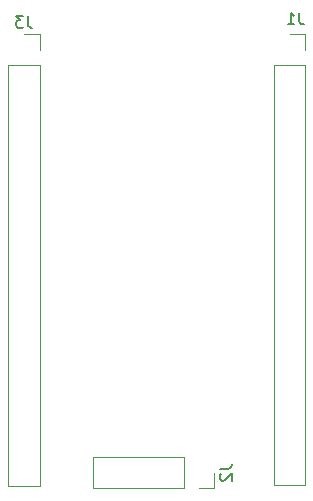
<source format=gbr>
%TF.GenerationSoftware,KiCad,Pcbnew,(6.0.2)*%
%TF.CreationDate,2022-05-10T09:18:46+02:00*%
%TF.ProjectId,STM8_Breakout-board,53544d38-5f42-4726-9561-6b6f75742d62,rev?*%
%TF.SameCoordinates,PX7e5ca20PY62fdcc0*%
%TF.FileFunction,Legend,Bot*%
%TF.FilePolarity,Positive*%
%FSLAX46Y46*%
G04 Gerber Fmt 4.6, Leading zero omitted, Abs format (unit mm)*
G04 Created by KiCad (PCBNEW (6.0.2)) date 2022-05-10 09:18:46*
%MOMM*%
%LPD*%
G01*
G04 APERTURE LIST*
%ADD10C,0.150000*%
%ADD11C,0.120000*%
G04 APERTURE END LIST*
D10*
%TO.C,J1*%
X24833333Y41547620D02*
X24833333Y40833334D01*
X24880952Y40690477D01*
X24976190Y40595239D01*
X25119047Y40547620D01*
X25214285Y40547620D01*
X23833333Y40547620D02*
X24404761Y40547620D01*
X24119047Y40547620D02*
X24119047Y41547620D01*
X24214285Y41404762D01*
X24309523Y41309524D01*
X24404761Y41261905D01*
%TO.C,J2*%
X18082380Y2933334D02*
X18796666Y2933334D01*
X18939523Y2980953D01*
X19034761Y3076191D01*
X19082380Y3219048D01*
X19082380Y3314286D01*
X18177619Y2504762D02*
X18130000Y2457143D01*
X18082380Y2361905D01*
X18082380Y2123810D01*
X18130000Y2028572D01*
X18177619Y1980953D01*
X18272857Y1933334D01*
X18368095Y1933334D01*
X18510952Y1980953D01*
X19082380Y2552381D01*
X19082380Y1933334D01*
%TO.C,J3*%
X1833333Y41277620D02*
X1833333Y40563334D01*
X1880952Y40420477D01*
X1976190Y40325239D01*
X2119047Y40277620D01*
X2214285Y40277620D01*
X1452380Y41277620D02*
X833333Y41277620D01*
X1166666Y40896667D01*
X1023809Y40896667D01*
X928571Y40849048D01*
X880952Y40801429D01*
X833333Y40706191D01*
X833333Y40468096D01*
X880952Y40372858D01*
X928571Y40325239D01*
X1023809Y40277620D01*
X1309523Y40277620D01*
X1404761Y40325239D01*
X1452380Y40372858D01*
D11*
%TO.C,J1*%
X25330000Y39750000D02*
X24000000Y39750000D01*
X25330000Y37150000D02*
X22670000Y37150000D01*
X25330000Y1530000D02*
X22670000Y1530000D01*
X22670000Y37150000D02*
X22670000Y1530000D01*
X25330000Y38420000D02*
X25330000Y39750000D01*
X25330000Y37150000D02*
X25330000Y1530000D01*
%TO.C,J2*%
X15030000Y3930000D02*
X7350000Y3930000D01*
X7350000Y1270000D02*
X7350000Y3930000D01*
X15030000Y1270000D02*
X15030000Y3930000D01*
X15030000Y1270000D02*
X7350000Y1270000D01*
X17630000Y1270000D02*
X17630000Y2600000D01*
X16300000Y1270000D02*
X17630000Y1270000D01*
%TO.C,J3*%
X170000Y37130000D02*
X170000Y1510000D01*
X2830000Y37130000D02*
X2830000Y1510000D01*
X2830000Y1510000D02*
X170000Y1510000D01*
X2830000Y38400000D02*
X2830000Y39730000D01*
X2830000Y37130000D02*
X170000Y37130000D01*
X2830000Y39730000D02*
X1500000Y39730000D01*
%TD*%
M02*

</source>
